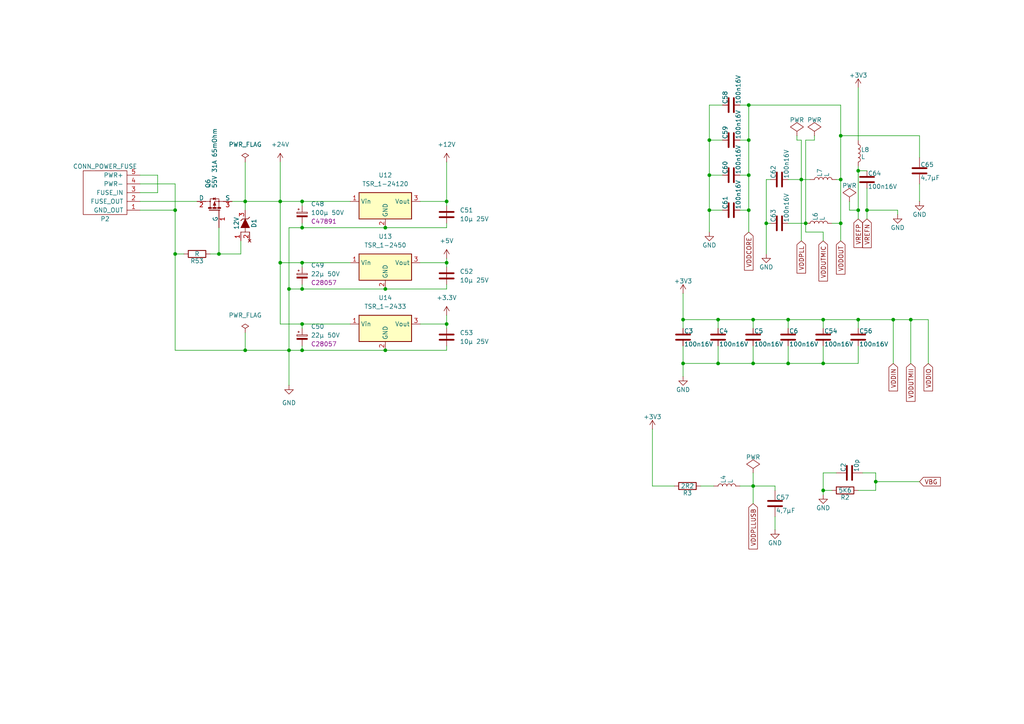
<source format=kicad_sch>
(kicad_sch (version 20231120) (generator "eeschema") (generator_version "8.0")
  (paper "A4")
  (lib_symbols
    (symbol "ATSAME70:+12V" (power) (pin_numbers hide) (pin_names (offset 0) hide)
      (property "Value" "+12V" (at 0 3.556 0))
      (symbol "+12V_0_1"
        (polyline (pts (xy -0.762 1.27) (xy 0 2.54)))
        (polyline (pts (xy 0 0) (xy 0 2.54)))
        (polyline (pts (xy 0 2.54) (xy 0.762 1.27)))
      )
      (symbol "+12V_1_1"
        (pin power_in line (at 0 0 90) (length 0) (name "~") (number "1"))
      )
    )
    (symbol "ATSAME70:+24V" (power) (pin_numbers hide) (pin_names (offset 0) hide)
      (property "Value" "+24V" (at 0 3.556 0))
      (symbol "+24V_0_1"
        (polyline (pts (xy -0.762 1.27) (xy 0 2.54)))
        (polyline (pts (xy 0 0) (xy 0 2.54)))
        (polyline (pts (xy 0 2.54) (xy 0.762 1.27)))
      )
      (symbol "+24V_1_1"
        (pin power_in line (at 0 0 90) (length 0) (name "~") (number "1"))
      )
    )
    (symbol "ATSAME70:+3.3V" (power) (pin_numbers hide) (pin_names (offset 0) hide)
      (property "Value" "+3.3V" (at 0 3.556 0))
      (symbol "+3.3V_0_1"
        (polyline (pts (xy -0.762 1.27) (xy 0 2.54)))
        (polyline (pts (xy 0 0) (xy 0 2.54)))
        (polyline (pts (xy 0 2.54) (xy 0.762 1.27)))
      )
      (symbol "+3.3V_1_1"
        (pin power_in line (at 0 0 90) (length 0) (name "~") (number "1"))
      )
    )
    (symbol "ATSAME70:+5V" (power) (pin_numbers hide) (pin_names (offset 0) hide)
      (property "Value" "+5V" (at 0 3.556 0))
      (symbol "+5V_0_1"
        (polyline (pts (xy -0.762 1.27) (xy 0 2.54)))
        (polyline (pts (xy 0 0) (xy 0 2.54)))
        (polyline (pts (xy 0 2.54) (xy 0.762 1.27)))
      )
      (symbol "+5V_1_1"
        (pin power_in line (at 0 0 90) (length 0) (name "~") (number "1"))
      )
    )
    (symbol "ATSAME70:C" (pin_numbers hide) (pin_names (offset 0.254))
      (property "Reference" "C" (at 0.635 2.54 0))
      (property "Value" "C" (at 0.635 -2.54 0))
      (symbol "C_0_1"
        (polyline (pts (xy -2.032 -0.762) (xy 2.032 -0.762)) (stroke (width 0.508)))
        (polyline (pts (xy -2.032 0.762) (xy 2.032 0.762)) (stroke (width 0.508)))
      )
      (symbol "C_1_1"
        (pin passive line (at 0 3.81 270) (length 2.794) (name "~") (number "1"))
        (pin passive line (at 0 -3.81 90) (length 2.794) (name "~") (number "2"))
      )
    )
    (symbol "ATSAME70:CONN_POWER_FUSE" (pin_names (offset 1.016))
      (property "Reference" "P" (at 0 -7.62 0))
      (property "Value" "CONN_POWER_FUSE" (at 0 7.62 0))
      (symbol "CONN_POWER_FUSE_0_1"
        (rectangle (start -6.35 6.35) (end 6.35 -6.35))
      )
      (symbol "CONN_POWER_FUSE_1_1"
        (pin power_in line (at 10.16 -5.08 180) (length 3.81) (name "GND_OUT") (number "1"))
        (pin power_out line (at 10.16 -2.54 180) (length 3.81) (name "FUSE_OUT") (number "2"))
        (pin power_in line (at 10.16 0 180) (length 3.81) (name "FUSE_IN") (number "3"))
        (pin power_in line (at 10.16 2.54 180) (length 3.81) (name "PWR-") (number "4"))
        (pin power_out line (at 10.16 5.08 180) (length 3.81) (name "PWR+") (number "5"))
      )
    )
    (symbol "ATSAME70:CP_100µ_50V_6.3x12" (pin_numbers hide) (pin_names (offset 0.254) hide)
      (property "Reference" "C" (at 0.254 1.778 0))
      (property "LCSC" "C47891" (at 0 0 0))
      (symbol "CP_100µ_50V_6.3x12_0_1"
        (rectangle (start -1.524 -0.3048) (end 1.524 -0.6858) (fill (type outline)))
        (rectangle (start -1.524 0.6858) (end 1.524 0.3048))
        (polyline (pts (xy -1.27 1.524) (xy -0.762 1.524)))
        (polyline (pts (xy -1.016 1.27) (xy -1.016 1.778)))
      )
      (symbol "CP_100µ_50V_6.3x12_1_1"
        (pin passive line (at 0 2.54 270) (length 1.8542) (name "~") (number "1"))
        (pin passive line (at 0 -2.54 90) (length 1.8542) (name "~") (number "2"))
      )
    )
    (symbol "ATSAME70:CP_22µ_50V" (pin_numbers hide) (pin_names (offset 0.254) hide)
      (property "Reference" "C" (at 0.254 1.778 0))
      (property "LCSC" "C28057" (at 0 0 0))
      (symbol "CP_22µ_50V_0_1"
        (rectangle (start -1.524 -0.3048) (end 1.524 -0.6858) (fill (type outline)))
        (rectangle (start -1.524 0.6858) (end 1.524 0.3048))
        (polyline (pts (xy -1.27 1.524) (xy -0.762 1.524)))
        (polyline (pts (xy -1.016 1.27) (xy -1.016 1.778)))
      )
      (symbol "CP_22µ_50V_1_1"
        (pin passive line (at 0 2.54 270) (length 1.8542) (name "~") (number "1"))
        (pin passive line (at 0 -2.54 90) (length 1.8542) (name "~") (number "2"))
      )
    )
    (symbol "ATSAME70:C_100n_16V_0402" (pin_numbers hide) (pin_names (offset 0.254))
      (property "Reference" "C" (at 0.635 2.54 0))
      (property "Value" "100n16V" (at 0.635 -2.54 0))
      (symbol "C_100n_16V_0402_0_1"
        (polyline (pts (xy -2.032 -0.762) (xy 2.032 -0.762)) (stroke (width 0.508)))
        (polyline (pts (xy -2.032 0.762) (xy 2.032 0.762)) (stroke (width 0.508)))
      )
      (symbol "C_100n_16V_0402_1_1"
        (pin passive line (at 0 2.54 270) (length 1.651) (name "~") (number "1"))
        (pin passive line (at 0 -2.54 90) (length 1.651) (name "~") (number "2"))
      )
    )
    (symbol "ATSAME70:C_10µ_25V_1206" (pin_numbers hide) (pin_names (offset 0.254))
      (property "Reference" "C" (at 0.635 2.54 0))
      (property "Value" "10µ 25V" (at 0.635 -2.54 0))
      (symbol "C_10µ_25V_1206_0_1"
        (polyline (pts (xy -2.032 -0.762) (xy 2.032 -0.762)) (stroke (width 0.508)))
        (polyline (pts (xy -2.032 0.762) (xy 2.032 0.762)) (stroke (width 0.508)))
      )
      (symbol "C_10µ_25V_1206_1_1"
        (pin passive line (at 0 2.54 270) (length 2.794) (name "~") (number "1"))
        (pin passive line (at 0 -2.54 90) (length 2.794) (name "~") (number "2"))
      )
    )
    (symbol "ATSAME70:GND" (power) (pin_numbers hide) (pin_names (offset 0) hide)
      (property "Value" "GND" (at 0 -3.81 0))
      (symbol "GND_0_1"
        (polyline (pts (xy 0 0) (xy 0 -1.27) (xy 1.27 -1.27) (xy 0 -2.54) (xy -1.27 -1.27) (xy 0 -1.27)))
      )
      (symbol "GND_1_1"
        (pin power_in line (at 0 0 270) (length 0) (name "~") (number "1"))
      )
    )
    (symbol "ATSAME70:L" (pin_numbers hide) (pin_names (offset 1.016) hide)
      (property "Reference" "L" (at -1.27 0 90))
      (property "Value" "L" (at 1.905 0 90))
      (symbol "L_0_1"
        (arc (start 0 -2.54) (mid 0.6323 -1.905) (end 0 -1.27))
        (arc (start 0 -1.27) (mid 0.6323 -0.635) (end 0 0))
        (arc (start 0 0) (mid 0.6323 0.635) (end 0 1.27))
        (arc (start 0 1.27) (mid 0.6323 1.905) (end 0 2.54))
      )
      (symbol "L_1_1"
        (pin passive line (at 0 3.81 270) (length 1.27) (name "1") (number "1"))
        (pin passive line (at 0 -3.81 90) (length 1.27) (name "2") (number "2"))
      )
    )
    (symbol "ATSAME70:PFET_55V_31A_65mOhm" (pin_names (offset 0))
      (property "Reference" "Q" (at 6.35 1.905 0))
      (property "Value" "55V 31A 65mOhm" (at 6.35 0 0))
      (symbol "PFET_55V_31A_65mOhm_0_1"
        (polyline (pts (xy 0.635 -1.016) (xy 0.635 -1.651)) (stroke (width 0.508)))
        (polyline (pts (xy 0.635 0.381) (xy 0.635 -0.381)) (stroke (width 0.508)))
        (polyline (pts (xy 0.635 1.651) (xy 0.635 1.016)) (stroke (width 0.508)))
        (polyline (pts (xy 3.048 -0.254) (xy 2.921 -0.381)))
        (polyline (pts (xy 3.556 -0.254) (xy 3.048 -0.254)))
        (polyline (pts (xy 3.556 -0.254) (xy 3.683 -0.127)))
        (polyline (pts (xy 0 1.524) (xy 0 -1.524) (xy 0 -1.524)) (stroke (width 0.254)))
        (polyline (pts (xy 0.762 -1.27) (xy 2.54 -1.27) (xy 2.54 -2.54) (xy 2.54 -2.54)))
        (polyline (pts (xy 0.762 0) (xy 2.54 0) (xy 2.54 -1.27) (xy 2.54 -1.27)))
        (polyline (pts (xy 0.762 1.27) (xy 2.54 1.27) (xy 2.54 2.54) (xy 2.54 2.54)))
        (polyline (pts (xy 1.397 0.381) (xy 1.397 -0.381) (xy 2.413 0) (xy 1.397 0.381)) (fill (type outline)))
        (polyline (pts (xy 2.54 1.27) (xy 3.302 1.27) (xy 3.302 -1.27) (xy 2.54 -1.27)))
        (polyline (pts (xy 3.302 -0.254) (xy 3.556 0.381) (xy 3.048 0.381) (xy 3.302 -0.254)) (fill (type outline)))
        (circle (center 2.54 -1.27) (radius 0.127))
        (circle (center 2.54 1.27) (radius 0.127))
      )
      (symbol "PFET_55V_31A_65mOhm_1_1"
        (pin input line (at -5.08 -1.27 0) (length 5.08) (name "G") (number "1"))
        (pin passive line (at 2.54 5.08 270) (length 2.54) (name "D") (number "2"))
        (pin passive line (at 2.54 -5.08 90) (length 2.54) (name "S") (number "3"))
      )
    )
    (symbol "ATSAME70:PWR_FLAG" (power) (pin_numbers hide) (pin_names (offset 0) hide)
      (property "Value" "PWR_FLAG" (at 0 3.81 0))
      (symbol "PWR_FLAG_0_0"
        (pin power_out line (at 0 0 90) (length 0) (name "~") (number "1"))
      )
      (symbol "PWR_FLAG_0_1"
        (polyline (pts (xy 0 0) (xy 0 1.27) (xy -1.016 1.905) (xy 0 2.54) (xy 1.016 1.905) (xy 0 1.27)))
      )
    )
    (symbol "ATSAME70:R" (pin_numbers hide) (pin_names (offset 0))
      (property "Reference" "R" (at 2.032 0 90))
      (property "Value" "100k" (at 0 0 90))
      (symbol "R_0_1"
        (rectangle (start -1.016 -2.54) (end 1.016 2.54) (stroke (width 0.254)))
      )
      (symbol "R_1_1"
        (pin passive line (at 0 3.81 270) (length 1.27) (name "~") (number "1"))
        (pin passive line (at 0 -3.81 90) (length 1.27) (name "~") (number "2"))
      )
    )
    (symbol "ATSAME70:R_5K6_0603" (pin_numbers hide) (pin_names (offset 0))
      (property "Reference" "R" (at 2.032 0 90))
      (property "Value" "5K6" (at 0 0 90))
      (symbol "R_5K6_0603_0_1"
        (rectangle (start -1.016 -2.54) (end 1.016 2.54) (stroke (width 0.254)))
      )
      (symbol "R_5K6_0603_1_1"
        (pin passive line (at 0 3.81 270) (length 1.27) (name "~") (number "1"))
        (pin passive line (at 0 -3.81 90) (length 1.27) (name "~") (number "2"))
      )
    )
    (symbol "ATSAME70:TSR_1-24120"
      (property "Reference" "U" (at -7.62 6.35 0))
      (property "Value" "TSR_1-24120" (at -1.27 6.35 0))
      (symbol "TSR_1-24120_0_1"
        (rectangle (start -7.62 5.08) (end 7.62 -2.54) (stroke (width 0.254)) (fill (type background)))
      )
      (symbol "TSR_1-24120_1_1"
        (pin power_in line (at -10.16 2.54 0) (length 2.54) (name "Vin") (number "1"))
        (pin power_in line (at 0 -5.08 90) (length 2.54) (name "GND") (number "2"))
        (pin power_out line (at 10.16 2.54 180) (length 2.54) (name "Vout") (number "3"))
      )
    )
    (symbol "ATSAME70:TSR_1-2433"
      (property "Reference" "U" (at -7.62 6.35 0))
      (property "Value" "TSR_1-2433" (at -1.27 6.35 0))
      (symbol "TSR_1-2433_0_1"
        (rectangle (start -7.62 5.08) (end 7.62 -2.54) (stroke (width 0.254)) (fill (type background)))
      )
      (symbol "TSR_1-2433_1_1"
        (pin power_in line (at -10.16 2.54 0) (length 2.54) (name "Vin") (number "1"))
        (pin power_in line (at 0 -5.08 90) (length 2.54) (name "GND") (number "2"))
        (pin power_out line (at 10.16 2.54 180) (length 2.54) (name "Vout") (number "3"))
      )
    )
    (symbol "ATSAME70:TSR_1-2450"
      (property "Reference" "U" (at -7.62 6.35 0))
      (property "Value" "TSR_1-2450" (at -1.27 6.35 0))
      (symbol "TSR_1-2450_0_1"
        (rectangle (start -7.62 5.08) (end 7.62 -2.54) (stroke (width 0.254)) (fill (type background)))
      )
      (symbol "TSR_1-2450_1_1"
        (pin power_in line (at -10.16 2.54 0) (length 2.54) (name "Vin") (number "1"))
        (pin power_in line (at 0 -5.08 90) (length 2.54) (name "GND") (number "2"))
        (pin power_out line (at 10.16 2.54 180) (length 2.54) (name "Vout") (number "3"))
      )
    )
    (symbol "ATSAME70:ZENER_12V_SOT23" (pin_names (offset 1.016) hide)
      (property "Reference" "D" (at 0 2.54 0))
      (property "Value" "12V" (at 0 -2.54 0))
      (symbol "ZENER_12V_SOT23_0_1"
        (polyline (pts (xy 2.54 -1.27) (xy 2.54 0)))
        (polyline (pts (xy 1.27 0) (xy 2.54 0) (xy 2.54 1.27)))
        (polyline (pts (xy -1.778 1.27) (xy -1.27 0.762) (xy -1.27 -0.762) (xy -0.762 -1.27) (xy -0.762 -1.27)) (stroke (width 0.2032)))
        (polyline (pts (xy -1.27 0) (xy 1.27 1.27) (xy 1.27 -1.27) (xy -1.27 0) (xy -1.27 0)) (fill (type outline)))
      )
      (symbol "ZENER_12V_SOT23_1_1"
        (pin passive line (at 5.08 -1.27 180) (length 2.54) (name "K") (number "1"))
        (pin no_connect line (at 5.08 1.27 180) (length 2.54) (name "A") (number "2"))
        (pin passive line (at -3.81 0 0) (length 2.54) (name "3") (number "3"))
      )
    )
    (symbol "R_8" (pin_numbers hide) (pin_names (offset 0))
      (property "Reference" "R" (at 2.032 0 90))
      (property "Value" "100k" (at 0 0 90))
      (symbol "R_8_0_1"
        (rectangle (start -1.016 -2.54) (end 1.016 2.54) (stroke (width 0.254)))
      )
      (symbol "R_8_1_1"
        (pin passive line (at 0 3.81 270) (length 1.27) (name "~") (number "1"))
        (pin passive line (at 0 -3.81 90) (length 1.27) (name "~") (number "2"))
      )
    )
    (symbol "TEST4-rescue:PWR" (power) (pin_numbers hide) (pin_names (offset 0) hide)
      (property "Value" "PWR" (at 0 4.572 0))
      (symbol "PWR_0_0"
        (pin power_out line (at 0 0 90) (length 0) (name "pwr") (number "1"))
      )
      (symbol "PWR_0_1"
        (polyline (pts (xy 0 0) (xy 0 1.27) (xy -1.905 2.54) (xy 0 3.81) (xy 1.905 2.54) (xy 0 1.27)))
      )
    )
  )
  (junction (at 264.16 92.71))
  (junction (at 232.41 52.07))
  (junction (at 217.17 60.96))
  (junction (at 129.54 76.2))
  (junction (at 111.76 101.6))
  (junction (at 217.17 50.8))
  (junction (at 205.74 50.8))
  (junction (at 87.63 93.98))
  (junction (at 81.28 58.42))
  (junction (at 81.28 76.2))
  (junction (at 248.92 49.53))
  (junction (at 222.25 64.77))
  (junction (at 218.44 140.97))
  (junction (at 83.82 83.82))
  (junction (at 111.76 83.82))
  (junction (at 238.76 92.71))
  (junction (at 198.12 105.41))
  (junction (at 243.84 39.37))
  (junction (at 205.74 40.64))
  (junction (at 87.63 58.42))
  (junction (at 63.5 73.66))
  (junction (at 129.54 93.98))
  (junction (at 198.12 92.71))
  (junction (at 87.63 101.6))
  (junction (at 71.12 58.42))
  (junction (at 87.63 76.2))
  (junction (at 83.82 101.6))
  (junction (at 248.92 92.71))
  (junction (at 238.76 142.24))
  (junction (at 238.76 105.41))
  (junction (at 233.68 64.77))
  (junction (at 217.17 30.48))
  (junction (at 218.44 92.71))
  (junction (at 228.6 92.71))
  (junction (at 208.28 105.41))
  (junction (at 228.6 105.41))
  (junction (at 259.08 92.71))
  (junction (at 87.63 83.82))
  (junction (at 243.84 64.77))
  (junction (at 129.54 58.42))
  (junction (at 248.92 60.96))
  (junction (at 251.46 60.96))
  (junction (at 111.76 66.04))
  (junction (at 50.8 60.96))
  (junction (at 205.74 60.96))
  (junction (at 50.8 73.66))
  (junction (at 254 139.7))
  (junction (at 243.84 52.07))
  (junction (at 208.28 92.71))
  (junction (at 71.12 101.6))
  (junction (at 87.63 66.04))
  (junction (at 218.44 105.41))
  (junction (at 217.17 40.64))
  (wire (pts (xy 264.16 92.71) (xy 269.24 92.71)))
  (wire (pts (xy 198.12 105.41) (xy 198.12 109.22)))
  (wire (pts (xy 50.8 73.66) (xy 50.8 101.6)))
  (wire (pts (xy 198.12 105.41) (xy 208.28 105.41)))
  (wire (pts (xy 71.12 46.99) (xy 71.12 58.42)))
  (wire (pts (xy 81.28 76.2) (xy 87.63 76.2)))
  (wire (pts (xy 228.6 92.71) (xy 238.76 92.71)))
  (wire (pts (xy 248.92 48.26) (xy 248.92 49.53)))
  (wire (pts (xy 198.12 92.71) (xy 198.12 95.25)))
  (wire (pts (xy 246.38 58.42) (xy 246.38 60.96)))
  (wire (pts (xy 209.55 50.8) (xy 205.74 50.8)))
  (wire (pts (xy 129.54 46.99) (xy 129.54 58.42)))
  (wire (pts (xy 223.52 52.07) (xy 222.25 52.07)))
  (wire (pts (xy 238.76 142.24) (xy 238.76 143.51)))
  (wire (pts (xy 87.63 82.55) (xy 87.63 83.82)))
  (wire (pts (xy 218.44 95.25) (xy 218.44 92.71)))
  (wire (pts (xy 248.92 92.71) (xy 259.08 92.71)))
  (wire (pts (xy 266.7 53.34) (xy 266.7 58.42)))
  (wire (pts (xy 218.44 137.16) (xy 218.44 140.97)))
  (wire (pts (xy 238.76 95.25) (xy 238.76 92.71)))
  (wire (pts (xy 254 139.7) (xy 266.7 139.7)))
  (wire (pts (xy 198.12 85.09) (xy 198.12 92.71)))
  (wire (pts (xy 217.17 60.96) (xy 217.17 67.31)))
  (wire (pts (xy 246.38 60.96) (xy 248.92 60.96)))
  (wire (pts (xy 238.76 92.71) (xy 248.92 92.71)))
  (wire (pts (xy 60.96 73.66) (xy 63.5 73.66)))
  (wire (pts (xy 218.44 92.71) (xy 228.6 92.71)))
  (wire (pts (xy 71.12 96.52) (xy 71.12 101.6)))
  (wire (pts (xy 264.16 92.71) (xy 264.16 105.41)))
  (wire (pts (xy 83.82 66.04) (xy 83.82 83.82)))
  (wire (pts (xy 208.28 95.25) (xy 208.28 92.71)))
  (wire (pts (xy 205.74 50.8) (xy 205.74 60.96)))
  (wire (pts (xy 243.84 30.48) (xy 217.17 30.48)))
  (wire (pts (xy 251.46 60.96) (xy 251.46 63.5)))
  (wire (pts (xy 40.64 53.34) (xy 50.8 53.34)))
  (wire (pts (xy 254 142.24) (xy 248.92 142.24)))
  (wire (pts (xy 205.74 60.96) (xy 205.74 67.31)))
  (wire (pts (xy 83.82 83.82) (xy 83.82 101.6)))
  (wire (pts (xy 232.41 52.07) (xy 234.95 52.07)))
  (wire (pts (xy 222.25 64.77) (xy 222.25 73.66)))
  (wire (pts (xy 40.64 58.42) (xy 57.15 58.42)))
  (wire (pts (xy 40.64 50.8) (xy 45.72 50.8)))
  (wire (pts (xy 209.55 30.48) (xy 205.74 30.48)))
  (wire (pts (xy 228.6 105.41) (xy 238.76 105.41)))
  (wire (pts (xy 50.8 60.96) (xy 50.8 73.66)))
  (wire (pts (xy 87.63 101.6) (xy 87.63 100.33)))
  (wire (pts (xy 248.92 105.41) (xy 248.92 100.33)))
  (wire (pts (xy 129.54 66.04) (xy 129.54 64.77)))
  (wire (pts (xy 251.46 49.53) (xy 248.92 49.53)))
  (wire (pts (xy 71.12 58.42) (xy 81.28 58.42)))
  (wire (pts (xy 205.74 30.48) (xy 205.74 40.64)))
  (wire (pts (xy 228.6 52.07) (xy 232.41 52.07)))
  (wire (pts (xy 50.8 101.6) (xy 71.12 101.6)))
  (wire (pts (xy 232.41 40.64) (xy 232.41 52.07)))
  (wire (pts (xy 129.54 101.6) (xy 129.54 100.33)))
  (wire (pts (xy 71.12 58.42) (xy 71.12 60.96)))
  (wire (pts (xy 233.68 64.77) (xy 233.68 67.31)))
  (wire (pts (xy 228.6 105.41) (xy 228.6 100.33)))
  (wire (pts (xy 129.54 91.44) (xy 129.54 93.98)))
  (wire (pts (xy 254 139.7) (xy 254 142.24)))
  (wire (pts (xy 87.63 76.2) (xy 87.63 77.47)))
  (wire (pts (xy 222.25 52.07) (xy 222.25 64.77)))
  (wire (pts (xy 45.72 55.88) (xy 40.64 55.88)))
  (wire (pts (xy 205.74 40.64) (xy 205.74 50.8)))
  (wire (pts (xy 243.84 39.37) (xy 243.84 52.07)))
  (wire (pts (xy 208.28 92.71) (xy 218.44 92.71)))
  (wire (pts (xy 87.63 64.77) (xy 87.63 66.04)))
  (wire (pts (xy 251.46 54.61) (xy 251.46 60.96)))
  (wire (pts (xy 45.72 50.8) (xy 45.72 55.88)))
  (wire (pts (xy 87.63 76.2) (xy 101.6 76.2)))
  (wire (pts (xy 248.92 60.96) (xy 248.92 63.5)))
  (wire (pts (xy 87.63 66.04) (xy 111.76 66.04)))
  (wire (pts (xy 218.44 105.41) (xy 218.44 100.33)))
  (wire (pts (xy 129.54 76.2) (xy 129.54 77.47)))
  (wire (pts (xy 260.35 60.96) (xy 251.46 60.96)))
  (wire (pts (xy 214.63 40.64) (xy 217.17 40.64)))
  (wire (pts (xy 218.44 105.41) (xy 228.6 105.41)))
  (wire (pts (xy 238.76 67.31) (xy 233.68 67.31)))
  (wire (pts (xy 129.54 74.93) (xy 129.54 76.2)))
  (wire (pts (xy 87.63 83.82) (xy 111.76 83.82)))
  (wire (pts (xy 87.63 58.42) (xy 87.63 59.69)))
  (wire (pts (xy 129.54 76.2) (xy 121.92 76.2)))
  (wire (pts (xy 129.54 58.42) (xy 129.54 59.69)))
  (wire (pts (xy 83.82 101.6) (xy 87.63 101.6)))
  (wire (pts (xy 203.2 140.97) (xy 207.01 140.97)))
  (wire (pts (xy 214.63 30.48) (xy 217.17 30.48)))
  (wire (pts (xy 53.34 73.66) (xy 50.8 73.66)))
  (wire (pts (xy 81.28 46.99) (xy 81.28 58.42)))
  (wire (pts (xy 63.5 73.66) (xy 69.85 73.66)))
  (wire (pts (xy 87.63 93.98) (xy 101.6 93.98)))
  (wire (pts (xy 224.79 140.97) (xy 224.79 142.24)))
  (wire (pts (xy 71.12 101.6) (xy 83.82 101.6)))
  (wire (pts (xy 254 137.16) (xy 254 139.7)))
  (wire (pts (xy 111.76 101.6) (xy 129.54 101.6)))
  (wire (pts (xy 250.19 137.16) (xy 254 137.16)))
  (wire (pts (xy 259.08 92.71) (xy 259.08 105.41)))
  (wire (pts (xy 238.76 105.41) (xy 248.92 105.41)))
  (wire (pts (xy 238.76 137.16) (xy 242.57 137.16)))
  (wire (pts (xy 232.41 40.64) (xy 231.14 40.64)))
  (wire (pts (xy 83.82 101.6) (xy 83.82 111.76)))
  (wire (pts (xy 217.17 30.48) (xy 217.17 40.64)))
  (wire (pts (xy 209.55 40.64) (xy 205.74 40.64)))
  (wire (pts (xy 69.85 73.66) (xy 69.85 69.85)))
  (wire (pts (xy 243.84 52.07) (xy 243.84 64.77)))
  (wire (pts (xy 214.63 60.96) (xy 217.17 60.96)))
  (wire (pts (xy 63.5 73.66) (xy 63.5 66.04)))
  (wire (pts (xy 129.54 93.98) (xy 121.92 93.98)))
  (wire (pts (xy 266.7 39.37) (xy 266.7 45.72)))
  (wire (pts (xy 81.28 93.98) (xy 87.63 93.98)))
  (wire (pts (xy 87.63 58.42) (xy 101.6 58.42)))
  (wire (pts (xy 248.92 25.4) (xy 248.92 40.64)))
  (wire (pts (xy 87.63 93.98) (xy 87.63 95.25)))
  (wire (pts (xy 81.28 58.42) (xy 87.63 58.42)))
  (wire (pts (xy 238.76 142.24) (xy 241.3 142.24)))
  (wire (pts (xy 208.28 105.41) (xy 218.44 105.41)))
  (wire (pts (xy 67.31 58.42) (xy 71.12 58.42)))
  (wire (pts (xy 40.64 60.96) (xy 50.8 60.96)))
  (wire (pts (xy 189.23 124.46) (xy 189.23 140.97)))
  (wire (pts (xy 248.92 92.71) (xy 248.92 95.25)))
  (wire (pts (xy 243.84 30.48) (xy 243.84 39.37)))
  (wire (pts (xy 228.6 64.77) (xy 233.68 64.77)))
  (wire (pts (xy 83.82 83.82) (xy 87.63 83.82)))
  (wire (pts (xy 214.63 140.97) (xy 218.44 140.97)))
  (wire (pts (xy 269.24 105.41) (xy 269.24 92.71)))
  (wire (pts (xy 129.54 58.42) (xy 121.92 58.42)))
  (wire (pts (xy 205.74 60.96) (xy 209.55 60.96)))
  (wire (pts (xy 129.54 93.98) (xy 129.54 95.25)))
  (wire (pts (xy 243.84 64.77) (xy 243.84 69.85)))
  (wire (pts (xy 233.68 40.64) (xy 233.68 64.77)))
  (wire (pts (xy 218.44 140.97) (xy 218.44 146.05)))
  (wire (pts (xy 248.92 49.53) (xy 248.92 60.96)))
  (wire (pts (xy 224.79 149.86) (xy 224.79 153.67)))
  (wire (pts (xy 243.84 52.07) (xy 242.57 52.07)))
  (wire (pts (xy 198.12 92.71) (xy 208.28 92.71)))
  (wire (pts (xy 233.68 40.64) (xy 236.22 40.64)))
  (wire (pts (xy 231.14 40.64) (xy 231.14 39.37)))
  (wire (pts (xy 189.23 140.97) (xy 195.58 140.97)))
  (wire (pts (xy 236.22 40.64) (xy 236.22 39.37)))
  (wire (pts (xy 238.76 137.16) (xy 238.76 142.24)))
  (wire (pts (xy 228.6 95.25) (xy 228.6 92.71)))
  (wire (pts (xy 129.54 83.82) (xy 129.54 82.55)))
  (wire (pts (xy 217.17 50.8) (xy 217.17 60.96)))
  (wire (pts (xy 259.08 92.71) (xy 264.16 92.71)))
  (wire (pts (xy 223.52 64.77) (xy 222.25 64.77)))
  (wire (pts (xy 232.41 52.07) (xy 232.41 69.85)))
  (wire (pts (xy 111.76 83.82) (xy 129.54 83.82)))
  (wire (pts (xy 83.82 66.04) (xy 87.63 66.04)))
  (wire (pts (xy 208.28 105.41) (xy 208.28 100.33)))
  (wire (pts (xy 81.28 76.2) (xy 81.28 93.98)))
  (wire (pts (xy 81.28 58.42) (xy 81.28 76.2)))
  (wire (pts (xy 260.35 62.23) (xy 260.35 60.96)))
  (wire (pts (xy 243.84 64.77) (xy 241.3 64.77)))
  (wire (pts (xy 214.63 50.8) (xy 217.17 50.8)))
  (wire (pts (xy 217.17 40.64) (xy 217.17 50.8)))
  (wire (pts (xy 87.63 101.6) (xy 111.76 101.6)))
  (wire (pts (xy 218.44 140.97) (xy 224.79 140.97)))
  (wire (pts (xy 111.76 66.04) (xy 129.54 66.04)))
  (wire (pts (xy 198.12 100.33) (xy 198.12 105.41)))
  (wire (pts (xy 50.8 53.34) (xy 50.8 60.96)))
  (wire (pts (xy 238.76 69.85) (xy 238.76 67.31)))
  (wire (pts (xy 238.76 105.41) (xy 238.76 100.33)))
  (wire (pts (xy 243.84 39.37) (xy 266.7 39.37)))
  (global_label "VDDPLLUSB" (shape input) (at 218.44 146.05 270) (property "Intersheetrefs" "${INTERSHEET_REFS}" (effects (hide yes))))
  (global_label "VDDPLL" (shape input) (at 232.41 69.85 270) (property "Intersheetrefs" "${INTERSHEET_REFS}" (effects (hide yes))))
  (global_label "VBG" (shape input) (at 266.7 139.7 0) (property "Intersheetrefs" "${INTERSHEET_REFS}" (effects (hide yes))))
  (global_label "VDDUTMII" (shape input) (at 264.16 105.41 270) (property "Intersheetrefs" "${INTERSHEET_REFS}" (effects (hide yes))))
  (global_label "VDDCORE" (shape input) (at 217.17 67.31 270) (property "Intersheetrefs" "${INTERSHEET_REFS}" (effects (hide yes))))
  (global_label "VDDIO" (shape input) (at 269.24 105.41 270) (property "Intersheetrefs" "${INTERSHEET_REFS}" (effects (hide yes))))
  (global_label "VDDUTMIC" (shape input) (at 238.76 69.85 270) (property "Intersheetrefs" "${INTERSHEET_REFS}" (effects (hide yes))))
  (global_label "VDDIN" (shape input) (at 259.08 105.41 270) (property "Intersheetrefs" "${INTERSHEET_REFS}" (effects (hide yes))))
  (global_label "VREFN" (shape input) (at 251.46 63.5 270) (property "Intersheetrefs" "${INTERSHEET_REFS}" (effects (hide yes))))
  (global_label "VREFP" (shape input) (at 248.92 63.5 270) (property "Intersheetrefs" "${INTERSHEET_REFS}" (effects (hide yes))))
  (global_label "VDDOUT" (shape input) (at 243.84 69.85 270) (property "Intersheetrefs" "${INTERSHEET_REFS}" (effects (hide yes))))
  (symbol (lib_id "ATSAME70:CONN_POWER_FUSE") (at 30.48 55.88 0) (unit 1)
    (property "Reference" "P2" (at 30.48 63.5 0))
    (property "Value" "CONN_POWER_FUSE" (at 30.48 48.26 0))
    (property "Footprint" "mylib:Pin_Header_Straight_LForm_1x05" (effects (hide yes)))
    (instances (project "TEST4" (path "" (reference "P2") (unit 1))) (project "ControllerBoard" (path "" (reference "P11") (unit 1))))
  )
  (symbol (lib_id "ATSAME70:PFET_55V_31A_65mOhm") (at 62.23 60.96 90) (unit 1)
    (property "Reference" "Q6" (at 60.325 54.61 0) (effects (justify left)))
    (property "Value" "55V 31A 65mOhm" (at 62.23 54.61 0) (effects (justify left)))
    (property "Footprint" "ATSAME70:DPAK_TO-252-2" (effects (hide yes)))
    (property "Description" "55V 31A 65mΩ@16A,10V 110W 4V@250uA 1 Piece P-Channel DPAK MOSFETs ROHS" (effects (hide yes)))
    (property "LCSC" "C537983" (effects (hide yes)))
  )
  (symbol (lib_id "ATSAME70:R") (at 57.15 73.66 270) (unit 1)
    (property "Reference" "R53" (at 57.15 75.692 90))
    (property "Value" "R" (at 57.15 73.66 90))
    (property "Footprint" "mylib:R_1206" (effects (hide yes)))
    (property "Description" "Resistor" (effects (hide yes)))
    (instances (project "TEST4" (path "" (reference "R53") (unit 1))) (project "ControllerBoard" (path "" (reference "R49") (unit 1))))
  )
  (symbol (lib_id "ATSAME70:ZENER_12V_SOT23") (at 71.12 64.77 270) (unit 1)
    (property "Reference" "D1" (at 73.66 64.77 0))
    (property "Value" "12V" (at 68.58 64.77 0))
    (property "Footprint" "ATSAME70:SOT-23" (effects (hide yes)))
    (property "Description" "Independent Type 11.4V~12.7V 250mW 12V SOT-23 Zener Diodes ROHS" (effects (hide yes)))
    (property "LCSC" "C108437" (effects (hide yes)))
    (instances (project "TEST4" (path "" (reference "D1") (unit 1))) (project "ControllerBoard" (path "" (reference "D2") (unit 1))))
  )
  (symbol (lib_id "ATSAME70:L") (at 248.92 44.45 0) (unit 1)
    (property "Reference" "L8" (at 249.682 43.434 0) (effects (justify left)))
    (property "Value" "L" (at 249.682 45.466 0) (effects (justify left)))
    (property "Footprint" "mylib:C_1207_Reflow" (effects (hide yes)))
    (property "Description" "Inductor" (effects (hide yes)))
  )
  (symbol (lib_id "ATSAME70:L") (at 238.76 52.07 90) (unit 1)
    (property "Reference" "L7" (at 237.744 51.308 0) (effects (justify left)))
    (property "Value" "L" (at 239.776 51.308 0) (effects (justify left)))
    (property "Footprint" "mylib:C_1207_Reflow" (effects (hide yes)))
    (property "Description" "Inductor" (effects (hide yes)))
  )
  (symbol (lib_id "ATSAME70:L") (at 210.82 140.97 90) (unit 1)
    (property "Reference" "L4" (at 209.804 140.208 0) (effects (justify left)))
    (property "Value" "L" (at 211.836 140.208 0) (effects (justify left)))
    (property "Footprint" "mylib:L_Chip_1210" (effects (hide yes)))
    (property "Description" "Inductor" (effects (hide yes)))
  )
  (symbol (lib_id "ATSAME70:C_100n_16V_0402") (at 251.46 52.07 0) (unit 1)
    (property "Reference" "C64" (at 251.714 50.292 0) (effects (justify left)))
    (property "Value" "100n16V" (at 251.714 54.102 0) (effects (justify left)))
    (property "Footprint" "ATSAME70:C_0402" (effects (hide yes)))
    (property "Description" "Unpolarized capacitor" (effects (hide yes)))
    (property "LCSC" "C1525" (effects (hide yes)))
  )
  (symbol (lib_id "ATSAME70:C_100n_16V_0402") (at 226.06 52.07 90) (unit 1)
    (property "Reference" "C62" (at 224.282 51.816 0) (effects (justify left)))
    (property "Value" "100n16V" (at 228.092 51.816 0) (effects (justify left)))
    (property "Footprint" "ATSAME70:C_0402" (effects (hide yes)))
    (property "Description" "Unpolarized capacitor" (effects (hide yes)))
    (property "LCSC" "C1525" (effects (hide yes)))
  )
  (symbol (lib_id "ATSAME70:PWR_FLAG") (at 71.12 96.52 0) (unit 1)
    (property "Reference" "#FLG7" (effects (hide yes)))
    (property "Value" "PWR_FLAG" (at 71.12 91.44 0))
    (property "Description" "Special symbol for telling ERC where power comes from" (effects (hide yes)))
  )
  (symbol (lib_id "ATSAME70:C_10µ_25V_1206") (at 129.54 80.01 0) (unit 1)
    (property "Reference" "C52" (at 133.35 78.7399 0) (effects (justify left)))
    (property "Value" "10µ 25V" (at 133.35 81.2799 0) (effects (justify left)))
    (property "Footprint" "ATSAME70:C_1206" (effects (hide yes)))
    (property "Description" "Unpolarized capacitor" (effects (hide yes)))
    (property "LCSC" "C9807" (effects (hide yes)))
  )
  (symbol (lib_id "ATSAME70:GND") (at 222.25 73.66 0) (unit 1)
    (property "Reference" "#PWR7" (effects (hide yes)))
    (property "Value" "GND" (at 222.25 77.47 0))
    (property "Description" "Power symbol creates a global label with name \"GND\" , ground" (effects (hide yes)))
  )
  (symbol (lib_id "ATSAME70:GND") (at 198.12 109.22 0) (unit 1)
    (property "Reference" "#PWR3" (effects (hide yes)))
    (property "Value" "GND" (at 198.12 113.03 0))
    (property "Description" "Power symbol creates a global label with name \"GND\" , ground" (effects (hide yes)))
  )
  (symbol (lib_id "ATSAME70:TSR_1-24120") (at 111.76 60.96 0) (unit 1)
    (property "Reference" "U12" (at 111.76 50.8 0))
    (property "Value" "TSR_1-24120" (at 111.76 53.34 0))
    (property "Footprint" "Converter_DCDC:Converter_DCDC_TRACO_TSR-1_THT" (effects (hide yes)))
    (property "Datasheet" "http://www.tracopower.com/products/tsr1.pdf" (effects (hide yes)))
    (property "Description" "1A 12V out 15-36V in" (effects (hide yes)))
  )
  (symbol (lib_id "ATSAME70:C_10µ_25V_1206") (at 129.54 97.79 0) (unit 1)
    (property "Reference" "C53" (at 133.35 96.5199 0) (effects (justify left)))
    (property "Value" "10µ 25V" (at 133.35 99.0599 0) (effects (justify left)))
    (property "Footprint" "ATSAME70:C_1206" (effects (hide yes)))
    (property "Description" "Unpolarized capacitor" (effects (hide yes)))
    (property "LCSC" "C9807" (effects (hide yes)))
  )
  (symbol (lib_id "TEST4-rescue:PWR") (at 218.44 137.16 0) (unit 1)
    (property "Reference" "#FLG1" (effects (hide yes)))
    (property "Value" "PWR" (at 218.44 132.588 0))
  )
  (symbol (lib_id "ATSAME70:GND") (at 83.82 111.76 0) (unit 1)
    (property "Reference" "#PWR82" (effects (hide yes)))
    (property "Value" "GND" (at 83.82 116.84 0))
    (property "Description" "Power symbol creates a global label with name \"GND\" , ground" (effects (hide yes)))
  )
  (symbol (lib_id "ATSAME70:C_100n_16V_0402") (at 212.09 40.64 90) (unit 1)
    (property "Reference" "C59" (at 210.312 40.386 0) (effects (justify left)))
    (property "Value" "100n16V" (at 214.122 40.386 0) (effects (justify left)))
    (property "Footprint" "ATSAME70:C_0402" (effects (hide yes)))
    (property "Description" "Unpolarized capacitor" (effects (hide yes)))
    (property "LCSC" "C1525" (effects (hide yes)))
  )
  (symbol (lib_id "ATSAME70:+24V") (at 81.28 46.99 0) (unit 1)
    (property "Reference" "#PWR81" (effects (hide yes)))
    (property "Value" "+24V" (at 81.28 41.91 0))
    (property "Description" "Power symbol creates a global label with name \"+24V\"" (effects (hide yes)))
  )
  (symbol (lib_id "ATSAME70:TSR_1-2450") (at 111.76 78.74 0) (unit 1)
    (property "Reference" "U13" (at 111.76 68.58 0))
    (property "Value" "TSR_1-2450" (at 111.76 71.12 0))
    (property "Footprint" "Converter_DCDC:Converter_DCDC_TRACO_TSR-1_THT" (effects (hide yes)))
    (property "Datasheet" "http://www.tracopower.com/products/tsr1.pdf" (effects (hide yes)))
    (property "Description" "1A 5V out 6.5-36V in" (effects (hide yes)))
  )
  (symbol (lib_id "ATSAME70:R_5K6_0603") (at 245.11 142.24 270) (unit 1)
    (property "Reference" "R2" (at 245.11 144.272 90))
    (property "Value" "5K6" (at 245.11 142.24 90))
    (property "Footprint" "ATSAME70:R_0805" (effects (hide yes)))
    (property "Description" "100mW Thick Film Resistors 75V ±100ppm/℃ ±1% 5.6kΩ 0603 Chip Resistor - Surface Mount ROHS" (effects (hide yes)))
    (property "LCSC" "C23189" (effects (hide yes)))
  )
  (symbol (lib_id "ATSAME70:C") (at 266.7 49.53 0) (unit 1)
    (property "Reference" "C65" (at 266.954 47.752 0) (effects (justify left)))
    (property "Value" "4,7µF" (at 266.954 51.562 0) (effects (justify left)))
    (property "Footprint" "mylib:C_1206" (effects (hide yes)))
    (property "Description" "Unpolarized capacitor" (effects (hide yes)))
  )
  (symbol (lib_id "ATSAME70:PWR_FLAG") (at 71.12 46.99 0) (unit 1)
    (property "Reference" "#FLG6" (effects (hide yes)))
    (property "Value" "PWR_FLAG" (at 71.12 41.91 0))
    (property "Description" "Special symbol for telling ERC where power comes from" (effects (hide yes)))
  )
  (symbol (lib_id "ATSAME70:C_100n_16V_0402") (at 198.12 97.79 0) (unit 1)
    (property "Reference" "C3" (at 198.374 96.012 0) (effects (justify left)))
    (property "Value" "100n16V" (at 198.374 99.822 0) (effects (justify left)))
    (property "Footprint" "ATSAME70:C_0402" (effects (hide yes)))
    (property "Description" "Unpolarized capacitor" (effects (hide yes)))
    (property "LCSC" "C1525" (effects (hide yes)))
  )
  (symbol (lib_id "ATSAME70:GND") (at 205.74 67.31 0) (unit 1)
    (property "Reference" "#PWR6" (effects (hide yes)))
    (property "Value" "GND" (at 205.74 71.12 0))
    (property "Description" "Power symbol creates a global label with name \"GND\" , ground" (effects (hide yes)))
  )
  (symbol (lib_id "ATSAME70:TSR_1-2433") (at 111.76 96.52 0) (unit 1)
    (property "Reference" "U14" (at 111.76 86.36 0))
    (property "Value" "TSR_1-2433" (at 111.76 88.9 0))
    (property "Footprint" "Converter_DCDC:Converter_DCDC_TRACO_TSR-1_THT" (effects (hide yes)))
    (property "Datasheet" "http://www.tracopower.com/products/tsr1.pdf" (effects (hide yes)))
    (property "Description" "1A 3.3V out 5-36V in" (effects (hide yes)))
  )
  (symbol (lib_id "ATSAME70:+3.3V") (at 198.12 85.09 0) (unit 1)
    (property "Reference" "#PWR2" (effects (hide yes)))
    (property "Value" "+3V3" (at 198.12 81.534 0))
    (property "Description" "Power symbol creates a global label with name \"+3.3V\"" (effects (hide yes)))
  )
  (symbol (lib_id "ATSAME70:C_100n_16V_0402") (at 228.6 97.79 0) (unit 1)
    (property "Reference" "C6" (at 228.854 96.012 0) (effects (justify left)))
    (property "Value" "100n16V" (at 228.854 99.822 0) (effects (justify left)))
    (property "Footprint" "ATSAME70:C_0402" (effects (hide yes)))
    (property "Description" "Unpolarized capacitor" (effects (hide yes)))
    (property "LCSC" "C1525" (effects (hide yes)))
  )
  (symbol (lib_id "TEST4-rescue:PWR") (at 236.22 39.37 0) (unit 1)
    (property "Reference" "#FLG3" (effects (hide yes)))
    (property "Value" "PWR" (at 236.22 34.798 0))
  )
  (symbol (lib_id "ATSAME70:+12V") (at 129.54 46.99 0) (unit 1)
    (property "Reference" "#PWR83" (effects (hide yes)))
    (property "Value" "+12V" (at 129.54 41.91 0))
    (property "Description" "Power symbol creates a global label with name \"+12V\"" (effects (hide yes)))
  )
  (symbol (lib_id "ATSAME70:C_100n_16V_0402") (at 212.09 50.8 90) (unit 1)
    (property "Reference" "C60" (at 210.312 50.546 0) (effects (justify left)))
    (property "Value" "100n16V" (at 214.122 50.546 0) (effects (justify left)))
    (property "Footprint" "ATSAME70:C_0402" (effects (hide yes)))
    (property "Description" "Unpolarized capacitor" (effects (hide yes)))
    (property "LCSC" "C1525" (effects (hide yes)))
  )
  (symbol (lib_id "ATSAME70:GND") (at 238.76 143.51 0) (unit 1)
    (property "Reference" "#PWR1" (effects (hide yes)))
    (property "Value" "GND" (at 238.76 147.32 0))
    (property "Description" "Power symbol creates a global label with name \"GND\" , ground" (effects (hide yes)))
  )
  (symbol (lib_id "ATSAME70:C_100n_16V_0402") (at 248.92 97.79 0) (unit 1)
    (property "Reference" "C56" (at 249.174 96.012 0) (effects (justify left)))
    (property "Value" "100n16V" (at 249.174 99.822 0) (effects (justify left)))
    (property "Footprint" "ATSAME70:C_0402" (effects (hide yes)))
    (property "Description" "Unpolarized capacitor" (effects (hide yes)))
    (property "LCSC" "C1525" (effects (hide yes)))
  )
  (symbol (lib_id "ATSAME70:C_100n_16V_0402") (at 212.09 30.48 90) (unit 1)
    (property "Reference" "C58" (at 210.312 30.226 0) (effects (justify left)))
    (property "Value" "100n16V" (at 214.122 30.226 0) (effects (justify left)))
    (property "Footprint" "ATSAME70:C_0402" (effects (hide yes)))
    (property "Description" "Unpolarized capacitor" (effects (hide yes)))
    (property "LCSC" "C1525" (effects (hide yes)))
  )
  (symbol (lib_id "ATSAME70:CP_22µ_50V") (at 87.63 80.01 0) (unit 1)
    (property "Reference" "C49" (at 90.17 76.9238 0) (effects (justify left)))
    (property "Value" "22µ 50V" (at 90.17 79.4638 0) (effects (justify left)))
    (property "Footprint" "ATSAME70:CP_Radial_D5.0mm_P2.00mm" (effects (hide yes)))
    (property "Description" "Polarized capacitor, small symbol" (effects (hide yes)))
    (property "LCSC" "C28057" (at 90.17 82.0038 0) (effects (justify left)))
  )
  (symbol (lib_id "ATSAME70:CP_100µ_50V_6.3x12") (at 87.63 62.23 0) (unit 1)
    (property "Reference" "C48" (at 90.17 59.1438 0) (effects (justify left)))
    (property "Value" "100µ 50V" (at 90.17 61.6838 0) (effects (justify left)))
    (property "Footprint" "ATSAME70:CP_Radial_D8.0mm_P3.50mm" (effects (hide yes)))
    (property "Description" "Polarized capacitor, small symbol" (effects (hide yes)))
    (property "LCSC" "C47891" (at 90.17 64.2238 0) (effects (justify left)))
  )
  (symbol (lib_id "ATSAME70:+3.3V") (at 129.54 91.44 0) (unit 1)
    (property "Reference" "#PWR85" (effects (hide yes)))
    (property "Value" "+3.3V" (at 129.54 86.36 0))
    (property "Description" "Power symbol creates a global label with name \"+3.3V\"" (effects (hide yes)))
  )
  (symbol (lib_id "TEST4-rescue:PWR") (at 246.38 58.42 0) (unit 1)
    (property "Reference" "#FLG4" (effects (hide yes)))
    (property "Value" "PWR" (at 246.38 53.848 0))
  )
  (symbol (lib_id "ATSAME70:GND") (at 224.79 153.67 0) (unit 1)
    (property "Reference" "#PWR5" (effects (hide yes)))
    (property "Value" "GND" (at 224.79 157.48 0))
    (property "Description" "Power symbol creates a global label with name \"GND\" , ground" (effects (hide yes)))
  )
  (symbol (lib_id "ATSAME70:C_100n_16V_0402") (at 212.09 60.96 90) (unit 1)
    (property "Reference" "C61" (at 210.312 60.706 0) (effects (justify left)))
    (property "Value" "100n16V" (at 214.122 60.706 0) (effects (justify left)))
    (property "Footprint" "ATSAME70:C_0402" (effects (hide yes)))
    (property "Description" "Unpolarized capacitor" (effects (hide yes)))
    (property "LCSC" "C1525" (effects (hide yes)))
  )
  (symbol (lib_id "ATSAME70:GND") (at 260.35 62.23 0) (unit 1)
    (property "Reference" "#PWR9" (effects (hide yes)))
    (property "Value" "GND" (at 260.35 66.04 0))
    (property "Description" "Power symbol creates a global label with name \"GND\" , ground" (effects (hide yes)))
  )
  (symbol (lib_id "ATSAME70:CP_22µ_50V") (at 87.63 97.79 0) (unit 1)
    (property "Reference" "C50" (at 90.17 94.7038 0) (effects (justify left)))
    (property "Value" "22µ 50V" (at 90.17 97.2438 0) (effects (justify left)))
    (property "Footprint" "ATSAME70:CP_Radial_D5.0mm_P2.00mm" (effects (hide yes)))
    (property "Description" "Polarized capacitor, small symbol" (effects (hide yes)))
    (property "LCSC" "C28057" (at 90.17 99.7838 0) (effects (justify left)))
  )
  (symbol (lib_id "ATSAME70:C_10µ_25V_1206") (at 129.54 62.23 0) (unit 1)
    (property "Reference" "C51" (at 133.35 60.9599 0) (effects (justify left)))
    (property "Value" "10µ 25V" (at 133.35 63.4999 0) (effects (justify left)))
    (property "Footprint" "ATSAME70:C_1206" (effects (hide yes)))
    (property "Description" "Unpolarized capacitor" (effects (hide yes)))
    (property "LCSC" "C9807" (effects (hide yes)))
  )
  (symbol (lib_id "ATSAME70:C_100n_16V_0402") (at 238.76 97.79 0) (unit 1)
    (property "Reference" "C54" (at 239.014 96.012 0) (effects (justify left)))
    (property "Value" "100n16V" (at 239.014 99.822 0) (effects (justify left)))
    (property "Footprint" "ATSAME70:C_0402" (effects (hide yes)))
    (property "Description" "Unpolarized capacitor" (effects (hide yes)))
    (property "LCSC" "C1525" (effects (hide yes)))
  )
  (symbol (lib_id "ATSAME70:C_100n_16V_0402") (at 218.44 97.79 0) (unit 1)
    (property "Reference" "C5" (at 218.694 96.012 0) (effects (justify left)))
    (property "Value" "100n16V" (at 218.694 99.822 0) (effects (justify left)))
    (property "Footprint" "ATSAME70:C_0402" (effects (hide yes)))
    (property "Description" "Unpolarized capacitor" (effects (hide yes)))
    (property "LCSC" "C1525" (effects (hide yes)))
  )
  (symbol (lib_id "ATSAME70:L") (at 237.49 64.77 90) (unit 1)
    (property "Reference" "L6" (at 236.474 64.008 0) (effects (justify left)))
    (property "Value" "L" (at 238.506 64.008 0) (effects (justify left)))
    (property "Footprint" "mylib:C_1207_Reflow" (effects (hide yes)))
    (property "Description" "Inductor" (effects (hide yes)))
  )
  (symbol (lib_id "ATSAME70:+3.3V") (at 248.92 25.4 0) (unit 1)
    (property "Reference" "#PWR8" (effects (hide yes)))
    (property "Value" "+3V3" (at 248.92 21.844 0))
    (property "Description" "Power symbol creates a global label with name \"+3.3V\"" (effects (hide yes)))
  )
  (symbol (lib_id "ATSAME70:+3.3V") (at 189.23 124.46 0) (unit 1)
    (property "Reference" "#PWR4" (effects (hide yes)))
    (property "Value" "+3V3" (at 189.23 120.904 0))
    (property "Description" "Power symbol creates a global label with name \"+3.3V\"" (effects (hide yes)))
  )
  (symbol (lib_id "ATSAME70:GND") (at 266.7 58.42 0) (unit 1)
    (property "Reference" "#PWR10" (effects (hide yes)))
    (property "Value" "GND" (at 266.7 62.23 0))
    (property "Description" "Power symbol creates a global label with name \"GND\" , ground" (effects (hide yes)))
  )
  (symbol (lib_id "TEST4-rescue:PWR") (at 231.14 39.37 0) (unit 1)
    (property "Reference" "#FLG2" (effects (hide yes)))
    (property "Value" "PWR" (at 231.14 34.798 0))
  )
  (symbol (lib_id "ATSAME70:C") (at 224.79 146.05 0) (unit 1)
    (property "Reference" "C57" (at 225.044 144.272 0) (effects (justify left)))
    (property "Value" "4,7µF" (at 225.044 148.082 0) (effects (justify left)))
    (property "Footprint" "mylib:C_1206" (effects (hide yes)))
    (property "Description" "Unpolarized capacitor" (effects (hide yes)))
  )
  (symbol (lib_id "ATSAME70:C_100n_16V_0402") (at 208.28 97.79 0) (unit 1)
    (property "Reference" "C4" (at 208.534 96.012 0) (effects (justify left)))
    (property "Value" "100n16V" (at 208.534 99.822 0) (effects (justify left)))
    (property "Footprint" "ATSAME70:C_0402" (effects (hide yes)))
    (property "Description" "Unpolarized capacitor" (effects (hide yes)))
    (property "LCSC" "C1525" (effects (hide yes)))
  )
  (symbol (lib_id "ATSAME70:+5V") (at 129.54 74.93 0) (unit 1)
    (property "Reference" "#PWR84" (effects (hide yes)))
    (property "Value" "+5V" (at 129.54 69.85 0))
    (property "Description" "Power symbol creates a global label with name \"+5V\"" (effects (hide yes)))
  )
  (symbol (lib_name "R_8") (lib_id "ATSAME70:R") (at 199.39 140.97 270) (unit 1)
    (property "Reference" "R3" (at 199.39 143.002 90))
    (property "Value" "2R2" (at 199.39 140.97 90))
    (property "Footprint" "mylib:R_1206" (effects (hide yes)))
    (property "Description" "Resistor" (effects (hide yes)))
  )
  (symbol (lib_id "ATSAME70:C") (at 246.38 137.16 90) (unit 1)
    (property "Reference" "C2" (at 244.602 136.906 0) (effects (justify left)))
    (property "Value" "10p" (at 248.412 136.906 0) (effects (justify left)))
    (property "Footprint" "mylib:C_1206" (effects (hide yes)))
    (property "Description" "Unpolarized capacitor" (effects (hide yes)))
  )
  (symbol (lib_id "ATSAME70:C_100n_16V_0402") (at 226.06 64.77 90) (unit 1)
    (property "Reference" "C63" (at 224.282 64.516 0) (effects (justify left)))
    (property "Value" "100n16V" (at 228.092 64.516 0) (effects (justify left)))
    (property "Footprint" "ATSAME70:C_0402" (effects (hide yes)))
    (property "Description" "Unpolarized capacitor" (effects (hide yes)))
    (property "LCSC" "C1525" (effects (hide yes)))
  )
)
</source>
